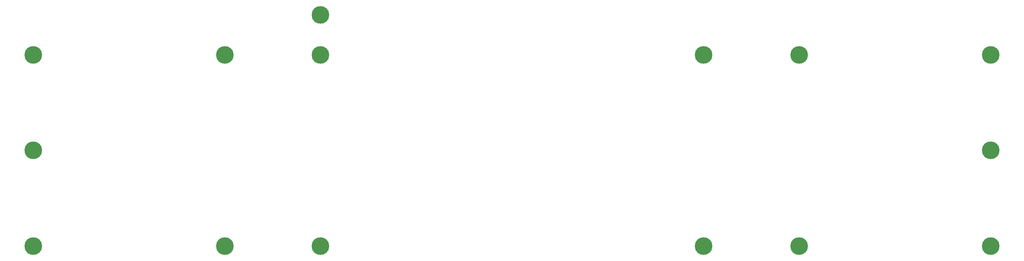
<source format=gbr>
G04 #@! TF.GenerationSoftware,KiCad,Pcbnew,(5.1.2-1)-1*
G04 #@! TF.CreationDate,2020-05-31T10:51:49-05:00*
G04 #@! TF.ProjectId,therick48_bottom_plate,74686572-6963-46b3-9438-5f626f74746f,rev?*
G04 #@! TF.SameCoordinates,Original*
G04 #@! TF.FileFunction,Copper,L1,Top*
G04 #@! TF.FilePolarity,Positive*
%FSLAX46Y46*%
G04 Gerber Fmt 4.6, Leading zero omitted, Abs format (unit mm)*
G04 Created by KiCad (PCBNEW (5.1.2-1)-1) date 2020-05-31 10:51:49*
%MOMM*%
%LPD*%
G04 APERTURE LIST*
%ADD10C,3.500000*%
G04 APERTURE END LIST*
D10*
X122360000Y-45980000D03*
X255360000Y-53960000D03*
X255360000Y-91960000D03*
X198360000Y-53960000D03*
X198360000Y-91960000D03*
X122360000Y-53960000D03*
X122360000Y-91960000D03*
X65360000Y-91960000D03*
X65360000Y-53960000D03*
X255360000Y-72960000D03*
X217360000Y-91960000D03*
X217360000Y-53960000D03*
X103360000Y-91960000D03*
X103360000Y-53975000D03*
X65360000Y-72960000D03*
M02*

</source>
